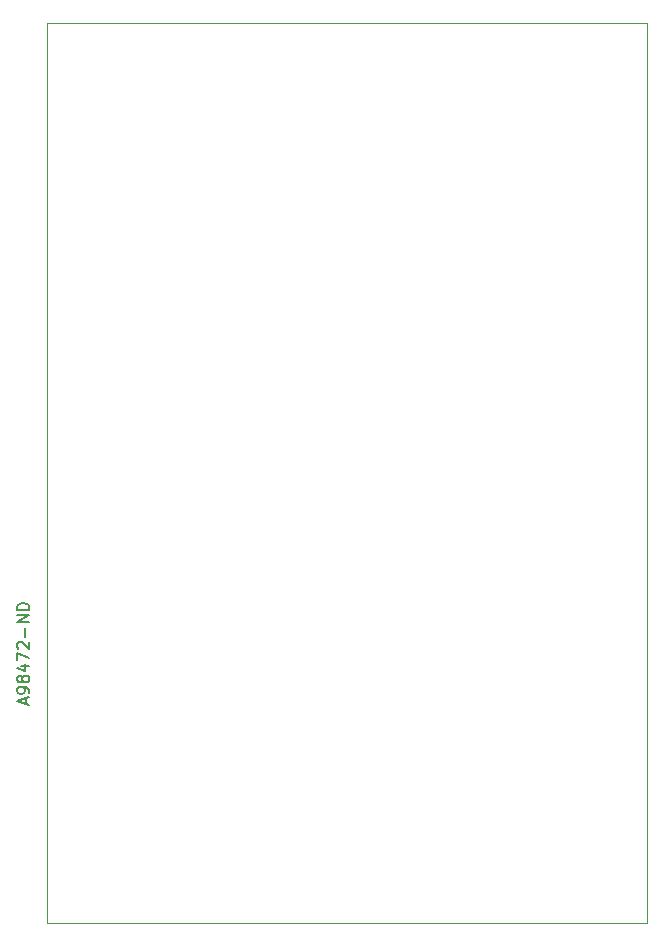
<source format=gbr>
G04 #@! TF.GenerationSoftware,KiCad,Pcbnew,(5.1.5)-3*
G04 #@! TF.CreationDate,2020-04-27T22:49:14-04:00*
G04 #@! TF.ProjectId,Pwr_Diff_Breakout,5077725f-4469-4666-965f-427265616b6f,v1*
G04 #@! TF.SameCoordinates,Original*
G04 #@! TF.FileFunction,OtherDrawing,Comment*
%FSLAX46Y46*%
G04 Gerber Fmt 4.6, Leading zero omitted, Abs format (unit mm)*
G04 Created by KiCad (PCBNEW (5.1.5)-3) date 2020-04-27 22:49:14*
%MOMM*%
%LPD*%
G04 APERTURE LIST*
%ADD10C,0.120000*%
%ADD11C,0.150000*%
G04 APERTURE END LIST*
D10*
X127491000Y-149419800D02*
X127491000Y-73219800D01*
X76691000Y-73219800D02*
X127491000Y-73219800D01*
X76691000Y-149419800D02*
X76691000Y-73219800D01*
X76691000Y-149419800D02*
X127491000Y-149419800D01*
D11*
X74867666Y-130879704D02*
X74867666Y-130403514D01*
X75153380Y-130974942D02*
X74153380Y-130641609D01*
X75153380Y-130308276D01*
X75153380Y-129927323D02*
X75153380Y-129736847D01*
X75105761Y-129641609D01*
X75058142Y-129593990D01*
X74915285Y-129498752D01*
X74724809Y-129451133D01*
X74343857Y-129451133D01*
X74248619Y-129498752D01*
X74201000Y-129546371D01*
X74153380Y-129641609D01*
X74153380Y-129832085D01*
X74201000Y-129927323D01*
X74248619Y-129974942D01*
X74343857Y-130022561D01*
X74581952Y-130022561D01*
X74677190Y-129974942D01*
X74724809Y-129927323D01*
X74772428Y-129832085D01*
X74772428Y-129641609D01*
X74724809Y-129546371D01*
X74677190Y-129498752D01*
X74581952Y-129451133D01*
X74581952Y-128879704D02*
X74534333Y-128974942D01*
X74486714Y-129022561D01*
X74391476Y-129070180D01*
X74343857Y-129070180D01*
X74248619Y-129022561D01*
X74201000Y-128974942D01*
X74153380Y-128879704D01*
X74153380Y-128689228D01*
X74201000Y-128593990D01*
X74248619Y-128546371D01*
X74343857Y-128498752D01*
X74391476Y-128498752D01*
X74486714Y-128546371D01*
X74534333Y-128593990D01*
X74581952Y-128689228D01*
X74581952Y-128879704D01*
X74629571Y-128974942D01*
X74677190Y-129022561D01*
X74772428Y-129070180D01*
X74962904Y-129070180D01*
X75058142Y-129022561D01*
X75105761Y-128974942D01*
X75153380Y-128879704D01*
X75153380Y-128689228D01*
X75105761Y-128593990D01*
X75058142Y-128546371D01*
X74962904Y-128498752D01*
X74772428Y-128498752D01*
X74677190Y-128546371D01*
X74629571Y-128593990D01*
X74581952Y-128689228D01*
X74486714Y-127641609D02*
X75153380Y-127641609D01*
X74105761Y-127879704D02*
X74820047Y-128117800D01*
X74820047Y-127498752D01*
X74153380Y-127213038D02*
X74153380Y-126546371D01*
X75153380Y-126974942D01*
X74248619Y-126213038D02*
X74201000Y-126165419D01*
X74153380Y-126070180D01*
X74153380Y-125832085D01*
X74201000Y-125736847D01*
X74248619Y-125689228D01*
X74343857Y-125641609D01*
X74439095Y-125641609D01*
X74581952Y-125689228D01*
X75153380Y-126260657D01*
X75153380Y-125641609D01*
X74772428Y-125213038D02*
X74772428Y-124451133D01*
X75153380Y-123974942D02*
X74153380Y-123974942D01*
X75153380Y-123403514D01*
X74153380Y-123403514D01*
X75153380Y-122927323D02*
X74153380Y-122927323D01*
X74153380Y-122689228D01*
X74201000Y-122546371D01*
X74296238Y-122451133D01*
X74391476Y-122403514D01*
X74581952Y-122355895D01*
X74724809Y-122355895D01*
X74915285Y-122403514D01*
X75010523Y-122451133D01*
X75105761Y-122546371D01*
X75153380Y-122689228D01*
X75153380Y-122927323D01*
X74867666Y-130879704D02*
X74867666Y-130403514D01*
X75153380Y-130974942D02*
X74153380Y-130641609D01*
X75153380Y-130308276D01*
X75153380Y-129927323D02*
X75153380Y-129736847D01*
X75105761Y-129641609D01*
X75058142Y-129593990D01*
X74915285Y-129498752D01*
X74724809Y-129451133D01*
X74343857Y-129451133D01*
X74248619Y-129498752D01*
X74201000Y-129546371D01*
X74153380Y-129641609D01*
X74153380Y-129832085D01*
X74201000Y-129927323D01*
X74248619Y-129974942D01*
X74343857Y-130022561D01*
X74581952Y-130022561D01*
X74677190Y-129974942D01*
X74724809Y-129927323D01*
X74772428Y-129832085D01*
X74772428Y-129641609D01*
X74724809Y-129546371D01*
X74677190Y-129498752D01*
X74581952Y-129451133D01*
X74581952Y-128879704D02*
X74534333Y-128974942D01*
X74486714Y-129022561D01*
X74391476Y-129070180D01*
X74343857Y-129070180D01*
X74248619Y-129022561D01*
X74201000Y-128974942D01*
X74153380Y-128879704D01*
X74153380Y-128689228D01*
X74201000Y-128593990D01*
X74248619Y-128546371D01*
X74343857Y-128498752D01*
X74391476Y-128498752D01*
X74486714Y-128546371D01*
X74534333Y-128593990D01*
X74581952Y-128689228D01*
X74581952Y-128879704D01*
X74629571Y-128974942D01*
X74677190Y-129022561D01*
X74772428Y-129070180D01*
X74962904Y-129070180D01*
X75058142Y-129022561D01*
X75105761Y-128974942D01*
X75153380Y-128879704D01*
X75153380Y-128689228D01*
X75105761Y-128593990D01*
X75058142Y-128546371D01*
X74962904Y-128498752D01*
X74772428Y-128498752D01*
X74677190Y-128546371D01*
X74629571Y-128593990D01*
X74581952Y-128689228D01*
X74486714Y-127641609D02*
X75153380Y-127641609D01*
X74105761Y-127879704D02*
X74820047Y-128117800D01*
X74820047Y-127498752D01*
X74153380Y-127213038D02*
X74153380Y-126546371D01*
X75153380Y-126974942D01*
X74248619Y-126213038D02*
X74201000Y-126165419D01*
X74153380Y-126070180D01*
X74153380Y-125832085D01*
X74201000Y-125736847D01*
X74248619Y-125689228D01*
X74343857Y-125641609D01*
X74439095Y-125641609D01*
X74581952Y-125689228D01*
X75153380Y-126260657D01*
X75153380Y-125641609D01*
X74772428Y-125213038D02*
X74772428Y-124451133D01*
X75153380Y-123974942D02*
X74153380Y-123974942D01*
X75153380Y-123403514D01*
X74153380Y-123403514D01*
X75153380Y-122927323D02*
X74153380Y-122927323D01*
X74153380Y-122689228D01*
X74201000Y-122546371D01*
X74296238Y-122451133D01*
X74391476Y-122403514D01*
X74581952Y-122355895D01*
X74724809Y-122355895D01*
X74915285Y-122403514D01*
X75010523Y-122451133D01*
X75105761Y-122546371D01*
X75153380Y-122689228D01*
X75153380Y-122927323D01*
M02*

</source>
